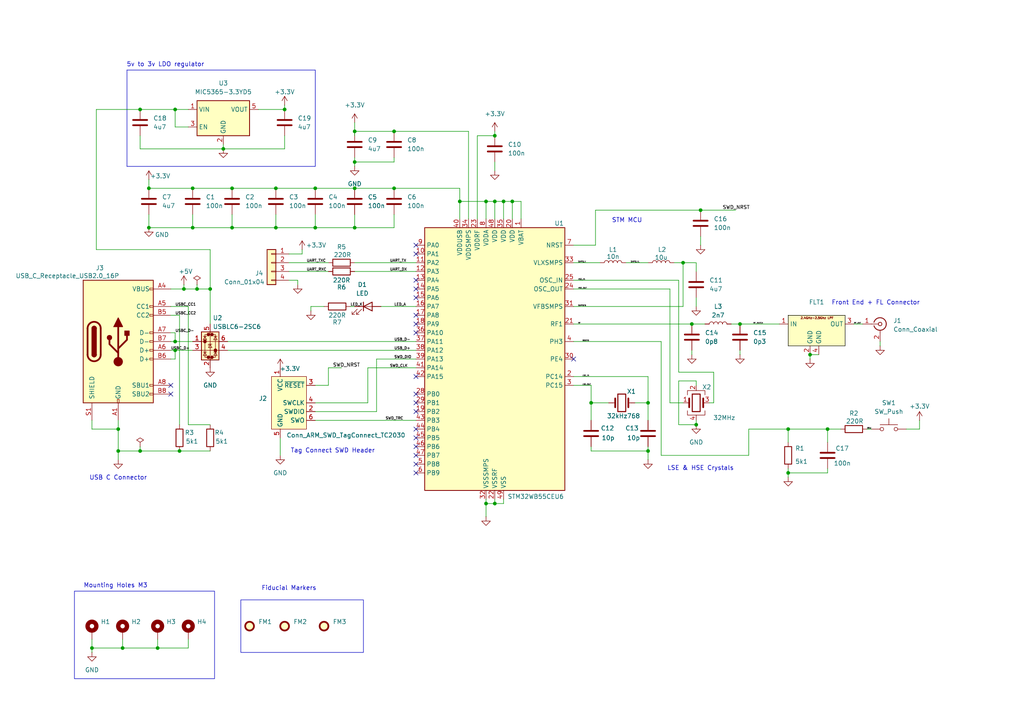
<source format=kicad_sch>
(kicad_sch (version 20250114) (generator "eeschema") (generator_version "9.0")
  (paper "A4")
  (rectangle (start 21.59 171.45) (end 62.23 196.85))
  (rectangle (start 69.85 173.99) (end 105.41 189.23))
  (text "STM MCU" (at 181.864 64.008 0) (effects (font (size 1.27 1.27))))
  (text "Tag Connect SWD Header" (at 96.52 130.81 0) (effects (font (size 1.27 1.27))))
  (text "Mounting Holes M3\n" (at 33.528 169.926 0) (effects (font (size 1.27 1.27))))
  (text "Front End + FL Connector" (at 254 87.884 0) (effects (font (size 1.27 1.27))))
  (text "Fiducial Markers\n" (at 83.82 170.688 0) (effects (font (size 1.27 1.27))))
  (text "LSE & HSE Crystals" (at 203.2 135.89 0) (effects (font (size 1.27 1.27))))
  (text "USB C Connector\n" (at 34.29 138.684 0) (effects (font (size 1.27 1.27))))
  (text "5v to 3v LDO regulator\n" (at 48.006 18.796 0) (effects (font (size 1.27 1.27))))
  (junction (at 102.87 46.99))
  (junction (at 60.96 83.82))
  (junction (at 102.87 54.61))
  (junction (at 43.18 66.04))
  (junction (at 228.6 137.16))
  (junction (at 40.64 31.75))
  (junction (at 80.01 66.04))
  (junction (at 102.87 38.1))
  (junction (at 114.3 54.61))
  (junction (at 143.51 58.42))
  (junction (at 234.95 102.87))
  (junction (at 53.34 83.82))
  (junction (at 146.05 58.42))
  (junction (at 198.12 76.2))
  (junction (at 91.44 66.04))
  (junction (at 143.51 39.37))
  (junction (at 140.97 58.42))
  (junction (at 34.29 130.81))
  (junction (at 57.15 83.82))
  (junction (at 91.44 54.61))
  (junction (at 114.3 38.1))
  (junction (at 133.35 58.42))
  (junction (at 50.8 31.75))
  (junction (at 148.59 58.42))
  (junction (at 64.77 43.18))
  (junction (at 43.18 54.61))
  (junction (at 228.6 124.46))
  (junction (at 143.51 146.05))
  (junction (at 102.87 66.04))
  (junction (at 55.88 54.61))
  (junction (at 52.07 130.81))
  (junction (at 203.2 60.96))
  (junction (at 140.97 146.05))
  (junction (at 67.31 66.04))
  (junction (at 35.56 187.96))
  (junction (at 34.29 124.46))
  (junction (at 200.66 93.98))
  (junction (at 50.8 99.06))
  (junction (at 50.8 101.6))
  (junction (at 240.03 124.46))
  (junction (at 214.63 93.98))
  (junction (at 55.88 66.04))
  (junction (at 40.64 130.81))
  (junction (at 201.93 123.19))
  (junction (at 82.55 31.75))
  (junction (at 26.67 187.96))
  (junction (at 80.01 54.61))
  (junction (at 45.72 187.96))
  (junction (at 187.96 116.84))
  (junction (at 67.31 54.61))
  (junction (at 171.45 116.84))
  (junction (at 187.96 130.81))
  (no_connect (at 120.65 83.82))
  (no_connect (at 120.65 109.22))
  (no_connect (at 120.65 124.46))
  (no_connect (at 166.37 104.14))
  (no_connect (at 120.65 137.16))
  (no_connect (at 120.65 73.66))
  (no_connect (at 120.65 81.28))
  (no_connect (at 49.53 111.76))
  (no_connect (at 49.53 114.3))
  (no_connect (at 120.65 96.52))
  (no_connect (at 120.65 116.84))
  (no_connect (at 120.65 129.54))
  (no_connect (at 120.65 119.38))
  (no_connect (at 120.65 86.36))
  (no_connect (at 120.65 93.98))
  (no_connect (at 120.65 127))
  (no_connect (at 120.65 134.62))
  (no_connect (at 120.65 91.44))
  (no_connect (at 120.65 71.12))
  (no_connect (at 120.65 114.3))
  (no_connect (at 120.65 132.08))
  (wire (pts (xy 55.88 54.61) (xy 67.31 54.61)))
  (wire (pts (xy 43.18 62.23) (xy 43.18 66.04)))
  (wire (pts (xy 83.82 81.28) (xy 86.36 81.28)))
  (wire (pts (xy 43.18 52.07) (xy 43.18 54.61)))
  (wire (pts (xy 228.6 137.16) (xy 240.03 137.16)))
  (wire (pts (xy 207.01 116.84) (xy 205.74 116.84)))
  (wire (pts (xy 43.18 54.61) (xy 55.88 54.61)))
  (wire (pts (xy 240.03 124.46) (xy 240.03 128.27)))
  (wire (pts (xy 166.37 93.98) (xy 200.66 93.98)))
  (wire (pts (xy 143.51 146.05) (xy 146.05 146.05)))
  (wire (pts (xy 80.01 62.23) (xy 80.01 66.04)))
  (wire (pts (xy 34.29 124.46) (xy 34.29 130.81)))
  (wire (pts (xy 228.6 137.16) (xy 228.6 138.43)))
  (wire (pts (xy 82.55 30.48) (xy 82.55 31.75)))
  (wire (pts (xy 198.12 88.9) (xy 198.12 76.2)))
  (wire (pts (xy 148.59 58.42) (xy 151.13 58.42)))
  (wire (pts (xy 50.8 101.6) (xy 50.8 104.14)))
  (wire (pts (xy 102.87 62.23) (xy 102.87 66.04)))
  (wire (pts (xy 26.67 124.46) (xy 34.29 124.46)))
  (wire (pts (xy 67.31 54.61) (xy 80.01 54.61)))
  (wire (pts (xy 102.87 38.1) (xy 114.3 38.1)))
  (wire (pts (xy 102.87 76.2) (xy 120.65 76.2)))
  (wire (pts (xy 196.85 81.28) (xy 196.85 107.95)))
  (wire (pts (xy 262.89 124.46) (xy 266.7 124.46)))
  (wire (pts (xy 194.31 83.82) (xy 194.31 116.84)))
  (wire (pts (xy 201.93 78.74) (xy 201.93 76.2)))
  (wire (pts (xy 140.97 146.05) (xy 140.97 149.86)))
  (wire (pts (xy 27.94 31.75) (xy 40.64 31.75)))
  (wire (pts (xy 91.44 62.23) (xy 91.44 66.04)))
  (wire (pts (xy 151.13 58.42) (xy 151.13 63.5)))
  (wire (pts (xy 251.46 124.46) (xy 252.73 124.46)))
  (wire (pts (xy 255.27 99.06) (xy 255.27 100.33)))
  (wire (pts (xy 171.45 129.54) (xy 171.45 130.81)))
  (wire (pts (xy 172.72 60.96) (xy 203.2 60.96)))
  (wire (pts (xy 166.37 88.9) (xy 198.12 88.9)))
  (wire (pts (xy 166.37 76.2) (xy 173.99 76.2)))
  (wire (pts (xy 50.8 36.83) (xy 54.61 36.83)))
  (wire (pts (xy 83.82 73.66) (xy 87.63 73.66)))
  (wire (pts (xy 201.93 86.36) (xy 201.93 88.9)))
  (wire (pts (xy 102.87 66.04) (xy 114.3 66.04)))
  (wire (pts (xy 66.04 101.6) (xy 120.65 101.6)))
  (wire (pts (xy 198.12 76.2) (xy 201.93 76.2)))
  (wire (pts (xy 26.67 187.96) (xy 26.67 189.23)))
  (wire (pts (xy 74.93 31.75) (xy 82.55 31.75)))
  (wire (pts (xy 40.64 31.75) (xy 50.8 31.75)))
  (wire (pts (xy 49.53 91.44) (xy 52.07 91.44)))
  (wire (pts (xy 53.34 83.82) (xy 57.15 83.82)))
  (wire (pts (xy 45.72 187.96) (xy 54.61 187.96)))
  (wire (pts (xy 133.35 58.42) (xy 140.97 58.42)))
  (wire (pts (xy 109.22 119.38) (xy 91.44 119.38)))
  (wire (pts (xy 143.51 144.78) (xy 143.51 146.05)))
  (wire (pts (xy 201.93 123.19) (xy 196.85 123.19)))
  (wire (pts (xy 143.51 38.1) (xy 143.51 39.37)))
  (wire (pts (xy 171.45 116.84) (xy 176.53 116.84)))
  (wire (pts (xy 240.03 137.16) (xy 240.03 135.89)))
  (wire (pts (xy 52.07 91.44) (xy 52.07 123.19)))
  (wire (pts (xy 140.97 58.42) (xy 140.97 63.5)))
  (wire (pts (xy 49.53 99.06) (xy 50.8 99.06)))
  (wire (pts (xy 91.44 121.92) (xy 120.65 121.92)))
  (wire (pts (xy 27.94 72.39) (xy 27.94 31.75)))
  (wire (pts (xy 166.37 81.28) (xy 196.85 81.28)))
  (wire (pts (xy 194.31 116.84) (xy 198.12 116.84)))
  (wire (pts (xy 133.35 63.5) (xy 133.35 58.42)))
  (wire (pts (xy 34.29 121.92) (xy 34.29 124.46)))
  (wire (pts (xy 26.67 121.92) (xy 26.67 124.46)))
  (wire (pts (xy 228.6 135.89) (xy 228.6 137.16)))
  (wire (pts (xy 171.45 130.81) (xy 187.96 130.81)))
  (wire (pts (xy 91.44 54.61) (xy 102.87 54.61)))
  (wire (pts (xy 102.87 78.74) (xy 120.65 78.74)))
  (wire (pts (xy 106.68 106.68) (xy 106.68 116.84)))
  (wire (pts (xy 148.59 58.42) (xy 148.59 63.5)))
  (wire (pts (xy 43.18 66.04) (xy 55.88 66.04)))
  (wire (pts (xy 228.6 128.27) (xy 228.6 124.46)))
  (wire (pts (xy 140.97 146.05) (xy 143.51 146.05)))
  (wire (pts (xy 86.36 81.28) (xy 86.36 82.55)))
  (wire (pts (xy 26.67 185.42) (xy 26.67 187.96)))
  (wire (pts (xy 217.17 132.08) (xy 217.17 124.46)))
  (wire (pts (xy 191.77 132.08) (xy 217.17 132.08)))
  (wire (pts (xy 191.77 99.06) (xy 191.77 132.08)))
  (wire (pts (xy 50.8 31.75) (xy 50.8 36.83)))
  (wire (pts (xy 102.87 46.99) (xy 102.87 48.26)))
  (wire (pts (xy 49.53 104.14) (xy 50.8 104.14)))
  (wire (pts (xy 203.2 60.96) (xy 213.36 60.96)))
  (wire (pts (xy 52.07 130.81) (xy 60.96 130.81)))
  (wire (pts (xy 109.22 104.14) (xy 109.22 119.38)))
  (wire (pts (xy 64.77 43.18) (xy 82.55 43.18)))
  (wire (pts (xy 54.61 123.19) (xy 60.96 123.19)))
  (polyline (pts (xy 36.83 48.26) (xy 91.44 48.26)))
  (wire (pts (xy 201.93 121.92) (xy 201.93 123.19)))
  (wire (pts (xy 196.85 110.49) (xy 201.93 110.49)))
  (wire (pts (xy 55.88 66.04) (xy 67.31 66.04)))
  (wire (pts (xy 55.88 62.23) (xy 55.88 66.04)))
  (wire (pts (xy 266.7 121.92) (xy 266.7 124.46)))
  (wire (pts (xy 171.45 116.84) (xy 171.45 121.92)))
  (wire (pts (xy 135.89 38.1) (xy 135.89 63.5)))
  (wire (pts (xy 207.01 107.95) (xy 207.01 116.84)))
  (wire (pts (xy 57.15 83.82) (xy 60.96 83.82)))
  (wire (pts (xy 50.8 99.06) (xy 55.88 99.06)))
  (wire (pts (xy 114.3 38.1) (xy 135.89 38.1)))
  (wire (pts (xy 138.43 39.37) (xy 143.51 39.37)))
  (wire (pts (xy 40.64 130.81) (xy 52.07 130.81)))
  (wire (pts (xy 196.85 123.19) (xy 196.85 110.49)))
  (wire (pts (xy 166.37 71.12) (xy 172.72 71.12)))
  (wire (pts (xy 45.72 185.42) (xy 45.72 187.96)))
  (wire (pts (xy 166.37 111.76) (xy 171.45 111.76)))
  (wire (pts (xy 172.72 60.96) (xy 172.72 71.12)))
  (wire (pts (xy 34.29 130.81) (xy 40.64 130.81)))
  (wire (pts (xy 187.96 116.84) (xy 187.96 121.92)))
  (wire (pts (xy 184.15 116.84) (xy 187.96 116.84)))
  (wire (pts (xy 60.96 83.82) (xy 60.96 72.39)))
  (wire (pts (xy 203.2 68.58) (xy 203.2 71.12)))
  (wire (pts (xy 54.61 88.9) (xy 54.61 123.19)))
  (polyline (pts (xy 36.83 20.32) (xy 36.83 48.26)))
  (wire (pts (xy 83.82 78.74) (xy 95.25 78.74)))
  (wire (pts (xy 35.56 187.96) (xy 45.72 187.96)))
  (wire (pts (xy 166.37 99.06) (xy 191.77 99.06)))
  (wire (pts (xy 171.45 111.76) (xy 171.45 116.84)))
  (wire (pts (xy 40.64 129.54) (xy 40.64 130.81)))
  (wire (pts (xy 114.3 54.61) (xy 133.35 54.61)))
  (wire (pts (xy 201.93 110.49) (xy 201.93 111.76)))
  (wire (pts (xy 187.96 130.81) (xy 187.96 133.35)))
  (wire (pts (xy 81.28 127) (xy 81.28 132.08)))
  (wire (pts (xy 106.68 106.68) (xy 120.65 106.68)))
  (wire (pts (xy 212.09 93.98) (xy 214.63 93.98)))
  (wire (pts (xy 146.05 144.78) (xy 146.05 146.05)))
  (wire (pts (xy 234.95 102.87) (xy 237.49 102.87)))
  (wire (pts (xy 26.67 187.96) (xy 35.56 187.96)))
  (wire (pts (xy 82.55 39.37) (xy 82.55 43.18)))
  (wire (pts (xy 50.8 96.52) (xy 50.8 99.06)))
  (wire (pts (xy 80.01 54.61) (xy 91.44 54.61)))
  (wire (pts (xy 67.31 66.04) (xy 80.01 66.04)))
  (wire (pts (xy 140.97 144.78) (xy 140.97 146.05)))
  (wire (pts (xy 106.68 116.84) (xy 91.44 116.84)))
  (wire (pts (xy 49.53 101.6) (xy 50.8 101.6)))
  (wire (pts (xy 214.63 93.98) (xy 226.06 93.98)))
  (wire (pts (xy 102.87 46.99) (xy 114.3 46.99)))
  (wire (pts (xy 91.44 66.04) (xy 102.87 66.04)))
  (wire (pts (xy 91.44 111.76) (xy 95.25 111.76)))
  (wire (pts (xy 143.51 58.42) (xy 146.05 58.42)))
  (wire (pts (xy 101.6 88.9) (xy 102.87 88.9)))
  (wire (pts (xy 166.37 109.22) (xy 187.96 109.22)))
  (wire (pts (xy 49.53 88.9) (xy 54.61 88.9)))
  (wire (pts (xy 200.66 93.98) (xy 204.47 93.98)))
  (wire (pts (xy 228.6 124.46) (xy 240.03 124.46)))
  (wire (pts (xy 95.25 111.76) (xy 95.25 106.68)))
  (wire (pts (xy 50.8 101.6) (xy 55.88 101.6)))
  (wire (pts (xy 217.17 124.46) (xy 228.6 124.46)))
  (wire (pts (xy 49.53 83.82) (xy 53.34 83.82)))
  (wire (pts (xy 110.49 88.9) (xy 120.65 88.9)))
  (wire (pts (xy 102.87 54.61) (xy 114.3 54.61)))
  (wire (pts (xy 54.61 185.42) (xy 54.61 187.96)))
  (polyline (pts (xy 36.83 20.32) (xy 91.44 20.32)))
  (wire (pts (xy 181.61 76.2) (xy 187.96 76.2)))
  (wire (pts (xy 49.53 96.52) (xy 50.8 96.52)))
  (wire (pts (xy 50.8 31.75) (xy 54.61 31.75)))
  (wire (pts (xy 64.77 41.91) (xy 64.77 43.18)))
  (wire (pts (xy 240.03 124.46) (xy 243.84 124.46)))
  (polyline (pts (xy 91.44 48.26) (xy 91.44 20.32)))
  (wire (pts (xy 67.31 62.23) (xy 67.31 66.04)))
  (wire (pts (xy 196.85 107.95) (xy 207.01 107.95)))
  (wire (pts (xy 133.35 54.61) (xy 133.35 58.42)))
  (wire (pts (xy 195.58 76.2) (xy 198.12 76.2)))
  (wire (pts (xy 146.05 58.42) (xy 148.59 58.42)))
  (wire (pts (xy 95.25 106.68) (xy 99.06 106.68)))
  (wire (pts (xy 109.22 104.14) (xy 120.65 104.14)))
  (wire (pts (xy 187.96 109.22) (xy 187.96 116.84)))
  (wire (pts (xy 34.29 133.35) (xy 34.29 130.81)))
  (wire (pts (xy 114.3 45.72) (xy 114.3 46.99)))
  (wire (pts (xy 146.05 58.42) (xy 146.05 63.5)))
  (wire (pts (xy 53.34 82.55) (xy 53.34 83.82)))
  (wire (pts (xy 87.63 72.39) (xy 87.63 73.66)))
  (wire (pts (xy 102.87 38.1) (xy 102.87 39.37)))
  (wire (pts (xy 187.96 129.54) (xy 187.96 130.81)))
  (wire (pts (xy 143.51 46.99) (xy 143.51 49.53)))
  (wire (pts (xy 60.96 72.39) (xy 27.94 72.39)))
  (wire (pts (xy 166.37 83.82) (xy 194.31 83.82)))
  (wire (pts (xy 114.3 62.23) (xy 114.3 66.04)))
  (wire (pts (xy 234.95 102.87) (xy 234.95 104.14)))
  (wire (pts (xy 140.97 58.42) (xy 143.51 58.42)))
  (wire (pts (xy 66.04 99.06) (xy 120.65 99.06)))
  (wire (pts (xy 200.66 101.6) (xy 200.66 102.87)))
  (wire (pts (xy 138.43 39.37) (xy 138.43 63.5)))
  (wire (pts (xy 90.17 88.9) (xy 93.98 88.9)))
  (wire (pts (xy 102.87 35.56) (xy 102.87 38.1)))
  (wire (pts (xy 143.51 58.42) (xy 143.51 63.5)))
  (wire (pts (xy 57.15 82.55) (xy 57.15 83.82)))
  (wire (pts (xy 40.64 43.18) (xy 64.77 43.18)))
  (wire (pts (xy 35.56 187.96) (xy 35.56 185.42)))
  (wire (pts (xy 60.96 83.82) (xy 60.96 93.98)))
  (wire (pts (xy 40.64 39.37) (xy 40.64 43.18)))
  (wire (pts (xy 247.65 93.98) (xy 250.19 93.98)))
  (wire (pts (xy 80.01 66.04) (xy 91.44 66.04)))
  (wire (pts (xy 90.17 88.9) (xy 90.17 90.17)))
  (wire (pts (xy 83.82 76.2) (xy 95.25 76.2)))
  (wire (pts (xy 214.63 101.6) (xy 214.63 102.87)))
  (wire (pts (xy 102.87 45.72) (xy 102.87 46.99)))
  (label "SWD_TRC" (at 111.76 121.92 0) (effects (font (size 0.762 0.762))))
  (label "UART_TXC" (at 88.9 76.2 0) (effects (font (size 0.762 0.762))))
  (label "SWD_DIO" (at 114.3 104.14 0) (effects (font (size 0.762 0.762))))
  (label "UART_DX" (at 113.03 78.74 0) (effects (font (size 0.762 0.762))))
  (label "LED_K" (at 101.6 88.9 0) (effects (font (size 0.762 0.762))))
  (label "LED_A" (at 114.3 88.9 0) (effects (font (size 0.762 0.762))))
  (label "RF_MATCH" (at 218.44 93.98 0) (effects (font (size 0.381 0.381))))
  (label "BSW" (at 251.46 124.46 0) (effects (font (size 0.381 0.381))))
  (label "HSE_OUT" (at 167.64 83.82 0) (effects (font (size 0.381 0.381))))
  (label "USB_D-" (at 114.3 99.06 0) (effects (font (size 0.762 0.762))))
  (label "RF_ANT" (at 247.65 93.98 0) (effects (font (size 0.381 0.381))))
  (label "USBC_CC2" (at 50.8 91.44 0) (effects (font (size 0.762 0.762))))
  (label "SMPSFB" (at 167.64 88.9 0) (effects (font (size 0.381 0.381))))
  (label "SWD_CLK" (at 113.03 106.68 0) (effects (font (size 0.762 0.762))))
  (label "RF" (at 167.64 93.98 0) (effects (font (size 0.381 0.381))))
  (label "SMPSLX" (at 167.64 76.2 0) (effects (font (size 0.381 0.381))))
  (label "USBC_D-" (at 50.8 96.52 0) (effects (font (size 0.762 0.762))))
  (label "USBC_CC1" (at 50.8 88.9 0) (effects (font (size 0.762 0.762))))
  (label "USB_D+" (at 114.3 101.6 0) (effects (font (size 0.762 0.762))))
  (label "BOOT0" (at 168.91 99.06 0) (effects (font (size 0.381 0.381))))
  (label "LSE_OUT" (at 168.91 111.76 0) (effects (font (size 0.381 0.381))))
  (label "UART_RXC" (at 88.9 78.74 0) (effects (font (size 0.762 0.762))))
  (label "USBC_D+" (at 49.53 101.6 0) (effects (font (size 0.762 0.762))))
  (label "SWD_NRST" (at 96.52 106.68 0) (effects (font (size 1.016 1.016))))
  (label "SWD_NRST" (at 209.55 60.96 0) (effects (font (size 1.016 1.016))))
  (label "HSE_IN" (at 167.64 81.28 0) (effects (font (size 0.381 0.381))))
  (label "SMPSLXL" (at 182.88 76.2 0) (effects (font (size 0.381 0.381))))
  (label "UART_TX" (at 113.03 76.2 0) (effects (font (size 0.762 0.762))))
  (label "LSE_IN" (at 168.91 109.22 0) (effects (font (size 0.381 0.381))))
  (symbol (lib_id "Device:L") (at 208.28 93.98 90) (unit 1)
    (property "Reference" "L3" (at 208.28 88.9 90))
    (property "Value" "2n7" (at 208.28 91.44 90))
    (property "Footprint" "Inductor_SMD:L_0402_1005Metric" (effects (hide yes)))
    (property "Description" "Inductor" (effects (hide yes)))
    (property "Distrbutor Link" "https://www.mouser.com/ProductDetail/Murata-Electronics/LQG15HS2N7S02D?qs=ctz47l0uL1AKrLI74yO5Qw%3D%3D&srsltid=AfmBOoo1_2_JoRlnkPQJQxcqTzIfkhRTNHDofg58IQk8Q4d1gAUA9_gr" (effects (hide yes)))
    (property "Manufacturer" "Murata" (effects (hide yes)))
    (property "Part #" "LQG15HS2N7S02D " (effects (hide yes)))
  )
  (symbol (lib_id "Device:R") (at 52.07 127 0) (unit 1)
    (property "Reference" "R3" (at 53.594 125.476 0) (effects (justify left)))
    (property "Value" "5k1" (at 53.848 128.016 0) (effects (justify left)))
    (property "Footprint" "Resistor_SMD:R_0402_1005Metric" (effects (hide yes)))
    (property "Description" "Resistor" (effects (hide yes)))
    (property "Distrbutor Link" "https://www.mouser.com/ProductDetail/YAGEO/RC0402FR-075K1L?qs=sGAEpiMZZMvdGkrng054t8ubS8LjqxUWNcL4TaiHjVA%3D" (effects (hide yes)))
    (property "Manufacturer" "YAGEO" (effects (hide yes)))
    (property "Part #" "RC0402FR-075K1L " (effects (hide yes)))
  )
  (symbol (lib_id "Device:C") (at 240.03 132.08 0) (unit 1)
    (property "Reference" "C17" (at 242.316 130.048 0) (effects (justify left)))
    (property "Value" "100n" (at 241.808 134.366 0) (effects (justify left)))
    (property "Footprint" "Capacitor_SMD:C_0402_1005Metric" (effects (hide yes)))
    (property "Description" "Unpolarized capacitor" (effects (hide yes)))
  )
  (symbol (lib_id "power:GND") (at 228.6 138.43 0) (unit 1)
    (property "Reference" "#PWR018" (effects (hide yes)))
    (property "Value" "GND" (effects (hide yes)))
    (property "Description" "Power symbol creates a global label with name \"GND\" , ground" (effects (hide yes)))
  )
  (symbol (lib_id "power:GND") (at 143.51 49.53 0) (unit 1)
    (property "Reference" "#PWR06" (effects (hide yes)))
    (property "Value" "GND" (effects (hide yes)))
    (property "Description" "Power symbol creates a global label with name \"GND\" , ground" (effects (hide yes)))
  )
  (symbol (lib_id "power:GND") (at 255.27 100.33 0) (unit 1)
    (property "Reference" "#PWR014" (effects (hide yes)))
    (property "Value" "GND" (effects (hide yes)))
    (property "Description" "Power symbol creates a global label with name \"GND\" , ground" (effects (hide yes)))
  )
  (symbol (lib_id "power:GND") (at 43.18 66.04 0) (unit 1)
    (property "Reference" "#PWR02" (effects (hide yes)))
    (property "Value" "GND" (at 46.99 68.072 0))
    (property "Description" "Power symbol creates a global label with name \"GND\" , ground" (effects (hide yes)))
  )
  (symbol (lib_id "MCU_ST_STM32WB:STM32WB55CEUx") (at 143.51 104.14 0) (mirror y) (unit 1)
    (property "Reference" "U1" (at 163.576 64.77 0) (effects (justify left)))
    (property "Value" "STM32WB55CEU6" (at 163.576 144.018 0) (effects (justify left)))
    (property "Footprint" "Package_DFN_QFN:QFN-48-1EP_7x7mm_P0.5mm_EP5.6x5.6mm" (effects (hide yes)))
    (property "Datasheet" "https://www.st.com/resource/en/datasheet/stm32wb55ce.pdf" (effects (hide yes)))
    (property "Description" "STMicroelectronics Arm Cortex-M4 MCU, 512KB flash, 256KB RAM, 64 MHz, 1.71-3.6V, 30 GPIO, UFQFPN48" (effects (hide yes)))
    (property "Distrbutor Link" "https://www.mouser.com/ProductDetail/STMicroelectronics/STM32WB55CEU6?qs=l7cgNqFNU1h38DnIgipayw%3D%3D&srsltid=AfmBOopuJ6MVt2vniNs0NPXJi-dOct9c-TCumJkd1AlRNHjHYXl_cYD5" (effects (hide yes)))
    (property "Manufacturer" " STMicroelectronics" (effects (hide yes)))
    (property "Part #" "STM32WB55CEU6 " (effects (hide yes)))
  )
  (symbol (lib_id "power:GND") (at 187.96 133.35 0) (unit 1)
    (property "Reference" "#PWR09" (effects (hide yes)))
    (property "Value" "GND" (effects (hide yes)))
    (property "Description" "Power symbol creates a global label with name \"GND\" , ground" (effects (hide yes)))
  )
  (symbol (lib_id "Connector:Conn_ARM_SWD_TagConnect_TC2030") (at 83.82 116.84 0) (unit 1) (in_bom no)
    (property "Reference" "J2" (at 77.47 115.5699 0) (effects (justify right)))
    (property "Value" "Conn_ARM_SWD_TagConnect_TC2030" (at 117.602 126.238 0) (effects (justify right)))
    (property "Footprint" "Connector:Tag-Connect_TC2030-IDC-FP_2x03_P1.27mm_Vertical" (effects (hide yes)))
    (property "Datasheet" "https://www.tag-connect.com/wp-content/uploads/bsk-pdf-manager/TC2030-CTX_1.pdf" (effects (hide yes)))
    (property "Description" "Tag-Connect ARM Cortex SWD JTAG connector, 6 pin" (effects (hide yes)))
  )
  (symbol (lib_id "power:GND") (at 201.93 88.9 0) (unit 1)
    (property "Reference" "#PWR08" (effects (hide yes)))
    (property "Value" "GND" (effects (hide yes)))
    (property "Description" "Power symbol creates a global label with name \"GND\" , ground" (effects (hide yes)))
  )
  (symbol (lib_id "Device:R") (at 247.65 124.46 90) (unit 1)
    (property "Reference" "R2" (at 247.65 119.888 90))
    (property "Value" "220R" (at 247.904 122.174 90))
    (property "Footprint" "Resistor_SMD:R_0402_1005Metric" (effects (hide yes)))
    (property "Description" "Resistor" (effects (hide yes)))
    (property "Distrbutor Link" "https://www.mouser.com/ProductDetail/YAGEO/RC0402FR-0722RL?qs=V1yeUXFNrkkRg6zf08ADKQ%3D%3D&srsltid=AfmBOor2cctyaIBQ_jqcS6bpD20PEk7e4pkUfEXfcnBnOJxoQq0CeGeb" (effects (hide yes)))
    (property "Manufacturer" "YAGEO" (effects (hide yes)))
    (property "Part #" "RC0402FR-0722RL " (effects (hide yes)))
  )
  (symbol (lib_id "power:GND") (at 34.29 133.35 0) (unit 1)
    (property "Reference" "#PWR021" (effects (hide yes)))
    (property "Value" "GND" (effects (hide yes)))
    (property "Description" "Power symbol creates a global label with name \"GND\" , ground" (effects (hide yes)))
  )
  (symbol (lib_id "Device:C") (at 67.31 58.42 0) (unit 1)
    (property "Reference" "C2" (at 71.12 57.1499 0) (effects (justify left)))
    (property "Value" "100n" (at 71.12 59.6899 0) (effects (justify left)))
    (property "Footprint" "Capacitor_SMD:C_0402_1005Metric" (effects (hide yes)))
    (property "Description" "Unpolarized capacitor" (effects (hide yes)))
  )
  (symbol (lib_id "Device:R") (at 228.6 132.08 0) (unit 1)
    (property "Reference" "R1" (at 230.632 130.048 0) (effects (justify left)))
    (property "Value" "5k1" (at 230.632 133.858 0) (effects (justify left)))
    (property "Footprint" "Resistor_SMD:R_0402_1005Metric" (effects (hide yes)))
    (property "Description" "Resistor" (effects (hide yes)))
    (property "Distrbutor Link" "https://www.mouser.com/ProductDetail/YAGEO/RC0402FR-075K1L?qs=sGAEpiMZZMvdGkrng054t8ubS8LjqxUWNcL4TaiHjVA%3D" (effects (hide yes)))
    (property "Manufacturer" "YAGEO" (effects (hide yes)))
    (property "Part #" "RC0402FR-075K1L " (effects (hide yes)))
  )
  (symbol (lib_id "Device:Crystal_GND24") (at 201.93 116.84 0) (unit 1)
    (property "Reference" "X2" (at 204.978 112.268 0))
    (property "Value" "32MHz" (at 210.058 121.158 0))
    (property "Footprint" "Crystal:Crystal_SMD_2016-4Pin_2.0x1.6mm" (effects (hide yes)))
    (property "Description" "Four pin crystal, GND on pins 2 and 4" (effects (hide yes)))
    (property "Distrbutor Link" "https://www.mouser.com/ProductDetail/NDK/NX2016SA-32M-EXS00A-CS06465?qs=w%2Fv1CP2dgqr82b0JjRnv4A%3D%3D" (effects (hide yes)))
    (property "Manufacturer" "NDK" (effects (hide yes)))
    (property "Part #" "NX2016SA-32M-EXS00A-CS06465 " (effects (hide yes)))
  )
  (symbol (lib_id "power:PWR_FLAG") (at 57.15 82.55 0) (unit 1)
    (property "Reference" "#FLG03" (effects (hide yes)))
    (property "Value" "PWR_FLAG" (effects (hide yes)))
    (property "Description" "Special symbol for telling ERC where power comes from" (effects (hide yes)))
  )
  (symbol (lib_id "Mechanical:Fiducial") (at 93.98 181.61 0) (unit 1) (in_bom no)
    (property "Reference" "FM3" (at 96.52 180.3399 0) (effects (justify left)))
    (property "Value" "Fiducial" (effects (hide yes)))
    (property "Footprint" "Fiducial:Fiducial_1mm_Mask2mm" (effects (hide yes)))
    (property "Description" "Fiducial Marker" (effects (hide yes)))
  )
  (symbol (lib_id "power:GND") (at 26.67 189.23 0) (unit 1)
    (property "Reference" "#PWR028" (effects (hide yes)))
    (property "Value" "GND" (at 26.67 194.31 0))
    (property "Description" "Power symbol creates a global label with name \"GND\" , ground" (effects (hide yes)))
  )
  (symbol (lib_id "power:GND") (at 81.28 132.08 0) (unit 1)
    (property "Reference" "#PWR015" (effects (hide yes)))
    (property "Value" "GND" (at 81.28 137.16 0))
    (property "Description" "Power symbol creates a global label with name \"GND\" , ground" (effects (hide yes)))
  )
  (symbol (lib_id "power:GND") (at 140.97 149.86 0) (unit 1)
    (property "Reference" "#PWR01" (effects (hide yes)))
    (property "Value" "GND" (effects (hide yes)))
    (property "Description" "Power symbol creates a global label with name \"GND\" , ground" (effects (hide yes)))
  )
  (symbol (lib_id "Device:C") (at 91.44 58.42 0) (unit 1)
    (property "Reference" "C4" (at 95.25 57.1499 0) (effects (justify left)))
    (property "Value" "100n" (at 95.25 59.6899 0) (effects (justify left)))
    (property "Footprint" "Capacitor_SMD:C_0402_1005Metric" (effects (hide yes)))
    (property "Description" "Unpolarized capacitor" (effects (hide yes)))
  )
  (symbol (lib_id "power:GND") (at 203.2 71.12 0) (unit 1)
    (property "Reference" "#PWR017" (effects (hide yes)))
    (property "Value" "GND" (effects (hide yes)))
    (property "Description" "Power symbol creates a global label with name \"GND\" , ground" (effects (hide yes)))
  )
  (symbol (lib_id "Device:C") (at 143.51 43.18 0) (unit 1)
    (property "Reference" "C10" (at 147.32 41.9099 0) (effects (justify left)))
    (property "Value" "100n" (at 147.32 44.4499 0) (effects (justify left)))
    (property "Footprint" "Capacitor_SMD:C_0402_1005Metric" (effects (hide yes)))
    (property "Description" "Unpolarized capacitor" (effects (hide yes)))
  )
  (symbol (lib_id "power:+3.3V") (at 143.51 38.1 0) (unit 1)
    (property "Reference" "#PWR07" (effects (hide yes)))
    (property "Value" "+3.3V" (at 143.51 33.02 0))
    (property "Description" "Power symbol creates a global label with name \"+3.3V\"" (effects (hide yes)))
  )
  (symbol (lib_id "power:+3.3V") (at 266.7 121.92 0) (unit 1)
    (property "Reference" "#PWR019" (effects (hide yes)))
    (property "Value" "+3.3V" (at 266.7 117.856 0))
    (property "Description" "Power symbol creates a global label with name \"+3.3V\"" (effects (hide yes)))
  )
  (symbol (lib_id "power:GND") (at 90.17 90.17 0) (unit 1)
    (property "Reference" "#PWR027" (effects (hide yes)))
    (property "Value" "GND" (effects (hide yes)))
    (property "Description" "Power symbol creates a global label with name \"GND\" , ground" (effects (hide yes)))
  )
  (symbol (lib_id "Device:C") (at 214.63 97.79 0) (unit 1)
    (property "Reference" "C15" (at 218.44 96.5199 0) (effects (justify left)))
    (property "Value" "0p3" (at 218.44 99.0599 0) (effects (justify left)))
    (property "Footprint" "Capacitor_SMD:C_0402_1005Metric" (effects (hide yes)))
    (property "Description" "Unpolarized capacitor" (effects (hide yes)))
  )
  (symbol (lib_id "power:GND") (at 201.93 123.19 0) (unit 1)
    (property "Reference" "#PWR010" (effects (hide yes)))
    (property "Value" "GND" (at 201.93 128.27 0))
    (property "Description" "Power symbol creates a global label with name \"GND\" , ground" (effects (hide yes)))
  )
  (symbol (lib_id "power:+3.3V") (at 82.55 30.48 0) (unit 1)
    (property "Reference" "#PWR023" (effects (hide yes)))
    (property "Value" "+3.3V" (at 82.55 26.67 0))
    (property "Description" "Power symbol creates a global label with name \"+3.3V\"" (effects (hide yes)))
  )
  (symbol (lib_id "power:GND") (at 64.77 43.18 0) (unit 1)
    (property "Reference" "#PWR022" (effects (hide yes)))
    (property "Value" "GND" (effects (hide yes)))
    (property "Description" "Power symbol creates a global label with name \"GND\" , ground" (effects (hide yes)))
  )
  (symbol (lib_id "Regulator_Linear:MIC5365-3.3YD5") (at 64.77 34.29 0) (unit 1)
    (property "Reference" "U3" (at 64.77 24.13 0))
    (property "Value" "MIC5365-3.3YD5" (at 64.77 26.67 0))
    (property "Footprint" "Package_TO_SOT_SMD:TSOT-23-5" (effects (hide yes)))
    (property "Datasheet" "https://ww1.microchip.com/downloads/aemDocuments/documents/APID/ProductDocuments/DataSheets/MIC5365-6-High-Performance-Single-150mA-LDO-DS20006605A.pdf" (effects (hide yes)))
    (property "Description" "150mA Low-dropout Voltage Regulator, Vout 3.3V, Vin up to 5.5V, TSOT-23-5" (effects (hide yes)))
    (property "Distrbutor Link" "https://www.mouser.com/ProductDetail/Microchip-Technology/MIC5365-3.3YD5-TR?qs=U6T8BxXiZAXzRinbbfZRrg%3D%3D&srsltid=AfmBOopesAkutysJ7zr5YiaaSkGA0c9X_SUL9l_gQxqdgcofCWGboqJW" (effects (hide yes)))
    (property "Manufacturer" "Microchip Technology" (effects (hide yes)))
    (property "Part #" "MIC5365-3.3YD5-TR " (effects (hide yes)))
  )
  (symbol (lib_id "Device:C") (at 55.88 58.42 0) (unit 1)
    (property "Reference" "C1" (at 59.69 57.1499 0) (effects (justify left)))
    (property "Value" "100n" (at 59.69 59.6899 0) (effects (justify left)))
    (property "Footprint" "Capacitor_SMD:C_0402_1005Metric" (effects (hide yes)))
    (property "Description" "Unpolarized capacitor" (effects (hide yes)))
  )
  (symbol (lib_id "Device:C") (at 102.87 41.91 0) (unit 1)
    (property "Reference" "C9" (at 106.68 40.6399 0) (effects (justify left)))
    (property "Value" "4u7" (at 106.68 43.1799 0) (effects (justify left)))
    (property "Footprint" "Capacitor_SMD:C_0603_1608Metric" (effects (hide yes)))
    (property "Description" "Unpolarized capacitor" (effects (hide yes)))
  )
  (symbol (lib_id "Device:R") (at 60.96 127 0) (unit 1)
    (property "Reference" "R4" (at 62.23 125.476 0) (effects (justify left)))
    (property "Value" "5k1" (at 62.484 128.016 0) (effects (justify left)))
    (property "Footprint" "Resistor_SMD:R_0402_1005Metric" (effects (hide yes)))
    (property "Description" "Resistor" (effects (hide yes)))
    (property "Distrbutor Link" "https://www.mouser.com/ProductDetail/YAGEO/RC0402FR-075K1L?qs=sGAEpiMZZMvdGkrng054t8ubS8LjqxUWNcL4TaiHjVA%3D" (effects (hide yes)))
    (property "Manufacturer" "YAGEO" (effects (hide yes)))
    (property "Part #" "RC0402FR-075K1L " (effects (hide yes)))
  )
  (symbol (lib_id "Device:C") (at 102.87 58.42 0) (unit 1)
    (property "Reference" "C5" (at 106.68 57.1499 0) (effects (justify left)))
    (property "Value" "100n" (at 106.68 59.6899 0) (effects (justify left)))
    (property "Footprint" "Capacitor_SMD:C_0402_1005Metric" (effects (hide yes)))
    (property "Description" "Unpolarized capacitor" (effects (hide yes)))
  )
  (symbol (lib_id "power:GND") (at 234.95 104.14 0) (unit 1)
    (property "Reference" "#PWR013" (effects (hide yes)))
    (property "Value" "GND" (effects (hide yes)))
    (property "Description" "Power symbol creates a global label with name \"GND\" , ground" (effects (hide yes)))
  )
  (symbol (lib_id "power:GND") (at 102.87 48.26 0) (unit 1)
    (property "Reference" "#PWR04" (effects (hide yes)))
    (property "Value" "GND" (at 102.87 53.34 0))
    (property "Description" "Power symbol creates a global label with name \"GND\" , ground" (effects (hide yes)))
  )
  (symbol (lib_id "Device:C") (at 171.45 125.73 0) (unit 1)
    (property "Reference" "C12" (at 174.244 124.206 0) (effects (justify left)))
    (property "Value" "10p" (at 174.498 127 0) (effects (justify left)))
    (property "Footprint" "Capacitor_SMD:C_0402_1005Metric" (effects (hide yes)))
    (property "Description" "Unpolarized capacitor" (effects (hide yes)))
  )
  (symbol (lib_id "power:+3.3V") (at 87.63 72.39 0) (unit 1)
    (property "Reference" "#PWR026" (effects (hide yes)))
    (property "Value" "+3.3V" (at 91.694 71.12 0))
    (property "Description" "Power symbol creates a global label with name \"+3.3V\"" (effects (hide yes)))
  )
  (symbol (lib_id "Mechanical:MountingHole_Pad") (at 45.72 182.88 0) (unit 1) (in_bom no)
    (property "Reference" "H3" (at 48.26 180.3399 0) (effects (justify left)))
    (property "Value" "MountingHole_Pad" (effects (hide yes)))
    (property "Footprint" "MountingHole:MountingHole_2.2mm_M2_Pad_Via" (effects (hide yes)))
    (property "Description" "Mounting Hole with connection" (effects (hide yes)))
  )
  (symbol (lib_id "Device:C") (at 187.96 125.73 0) (unit 1)
    (property "Reference" "C13" (at 181.356 124.206 0) (effects (justify left)))
    (property "Value" "10p" (at 181.864 127 0) (effects (justify left)))
    (property "Footprint" "Capacitor_SMD:C_0402_1005Metric" (effects (hide yes)))
    (property "Description" "Unpolarized capacitor" (effects (hide yes)))
  )
  (symbol (lib_id "Device:R") (at 97.79 88.9 90) (unit 1)
    (property "Reference" "R7" (at 97.79 93.472 90))
    (property "Value" "220R" (at 97.79 91.44 90))
    (property "Footprint" "Resistor_SMD:R_0402_1005Metric" (effects (hide yes)))
    (property "Description" "Resistor" (effects (hide yes)))
    (property "Distrbutor Link" "https://www.mouser.com/ProductDetail/YAGEO/RC0402FR-0722RL?qs=V1yeUXFNrkkRg6zf08ADKQ%3D%3D&srsltid=AfmBOor2cctyaIBQ_jqcS6bpD20PEk7e4pkUfEXfcnBnOJxoQq0CeGeb" (effects (hide yes)))
    (property "Manufacturer" "YAGEO" (effects (hide yes)))
    (property "Part #" "RC0402FR-0722RL " (effects (hide yes)))
  )
  (symbol (lib_id "Device:C") (at 40.64 35.56 0) (unit 1)
    (property "Reference" "C18" (at 44.45 34.2899 0) (effects (justify left)))
    (property "Value" "4u7" (at 44.45 36.8299 0) (effects (justify left)))
    (property "Footprint" "Capacitor_SMD:C_0603_1608Metric" (effects (hide yes)))
    (property "Description" "Unpolarized capacitor" (effects (hide yes)))
  )
  (symbol (lib_id "Device:R") (at 99.06 76.2 90) (unit 1)
    (property "Reference" "R5" (at 99.06 71.628 90))
    (property "Value" "220R" (at 99.314 73.914 90))
    (property "Footprint" "Resistor_SMD:R_0402_1005Metric" (effects (hide yes)))
    (property "Description" "Resistor" (effects (hide yes)))
    (property "Distrbutor Link" "https://www.mouser.com/ProductDetail/YAGEO/RC0402FR-0722RL?qs=V1yeUXFNrkkRg6zf08ADKQ%3D%3D&srsltid=AfmBOor2cctyaIBQ_jqcS6bpD20PEk7e4pkUfEXfcnBnOJxoQq0CeGeb" (effects (hide yes)))
    (property "Manufacturer" "YAGEO" (effects (hide yes)))
    (property "Part #" "RC0402FR-0722RL " (effects (hide yes)))
  )
  (symbol (lib_id "Mechanical:Fiducial") (at 82.55 181.61 0) (unit 1) (in_bom no)
    (property "Reference" "FM2" (at 85.09 180.3399 0) (effects (justify left)))
    (property "Value" "Fiducial" (effects (hide yes)))
    (property "Footprint" "Fiducial:Fiducial_1mm_Mask2mm" (effects (hide yes)))
    (property "Description" "Fiducial Marker" (effects (hide yes)))
  )
  (symbol (lib_id "Device:C") (at 114.3 58.42 0) (unit 1)
    (property "Reference" "C6" (at 118.11 57.1499 0) (effects (justify left)))
    (property "Value" "100n" (at 118.11 59.6899 0) (effects (justify left)))
    (property "Footprint" "Capacitor_SMD:C_0402_1005Metric" (effects (hide yes)))
    (property "Description" "Unpolarized capacitor" (effects (hide yes)))
  )
  (symbol (lib_id "Device:C") (at 114.3 41.91 0) (unit 1)
    (property "Reference" "C8" (at 118.11 40.6399 0) (effects (justify left)))
    (property "Value" "100n" (at 118.11 43.1799 0) (effects (justify left)))
    (property "Footprint" "Capacitor_SMD:C_0402_1005Metric" (effects (hide yes)))
    (property "Description" "Unpolarized capacitor" (effects (hide yes)))
  )
  (symbol (lib_id "Device:C") (at 80.01 58.42 0) (unit 1)
    (property "Reference" "C3" (at 83.82 57.1499 0) (effects (justify left)))
    (property "Value" "100n" (at 83.82 59.6899 0) (effects (justify left)))
    (property "Footprint" "Capacitor_SMD:C_0402_1005Metric" (effects (hide yes)))
    (property "Description" "Unpolarized capacitor" (effects (hide yes)))
  )
  (symbol (lib_id "power:GND") (at 214.63 102.87 0) (unit 1)
    (property "Reference" "#PWR012" (effects (hide yes)))
    (property "Value" "GND" (effects (hide yes)))
    (property "Description" "Power symbol creates a global label with name \"GND\" , ground" (effects (hide yes)))
  )
  (symbol (lib_id "Device:LED") (at 106.68 88.9 0) (unit 1)
    (property "Reference" "D1" (at 105.0925 82.55 0))
    (property "Value" "LED" (at 105.0925 85.09 0))
    (property "Footprint" "LED_SMD:LED_0402_1005Metric" (effects (hide yes)))
    (property "Description" "Light emitting diode" (effects (hide yes)))
    (property "Sim.Pins" "1=K 2=A" (effects (hide yes)))
    (property "Distrbutor Link" "https://www.mouser.com/ProductDetail/Wurth-Elektronik/150040RS73240?qs=sGAEpiMZZMv0DJfhVcWlKzXaUAZs%252BSGNmIzZWRrMt9JQwN0vgp7biA%3D%3D" (effects (hide yes)))
    (property "Manufacturer" "Wurth Elektronik" (effects (hide yes)))
    (property "Part #" "150040RS73240" (effects (hide yes)))
  )
  (symbol (lib_id "Device:L") (at 191.77 76.2 90) (unit 1)
    (property "Reference" "L2" (at 192.024 72.39 90))
    (property "Value" "10u" (at 191.77 74.676 90))
    (property "Footprint" "Inductor_SMD:L_0805_2012Metric" (effects (hide yes)))
    (property "Description" "Inductor" (effects (hide yes)))
    (property "Distrbutor Link" "https://www.mouser.com/ProductDetail/Murata-Electronics/LQM21FN100M70L?qs=8M15sSGRUn%252BogwBrvQUwLA%3D%3D&srsltid=AfmBOoqxhKG4Q_O2mCygVEU-wKQ5Wx-0WdH-Hnc8FOSo3SZL2I2WaPav" (effects (hide yes)))
    (property "Manufacturer" "Murata" (effects (hide yes)))
    (property "Part #" "LQM21FN100M70L" (effects (hide yes)))
  )
  (symbol (lib_id "power:GND") (at 60.96 106.68 0) (unit 1)
    (property "Reference" "#PWR020" (effects (hide yes)))
    (property "Value" "GND" (at 60.96 111.76 0))
    (property "Description" "Power symbol creates a global label with name \"GND\" , ground" (effects (hide yes)))
  )
  (symbol (lib_id "Device:L") (at 177.8 76.2 90) (unit 1)
    (property "Reference" "L1" (at 177.8 72.39 90))
    (property "Value" "10n" (at 177.8 74.422 90))
    (property "Footprint" "Inductor_SMD:L_0402_1005Metric" (effects (hide yes)))
    (property "Description" "Inductor" (effects (hide yes)))
    (property "Distrbutor Link" "https://www.mouser.com/ProductDetail/Murata-Electronics/LQG15HN10NJ02D?qs=6Rxi8erFDnyLVNlqv7OZMg%3D%3D" (effects (hide yes)))
    (property "Manufacturer" "Murata" (effects (hide yes)))
    (property "Part #" "LQG15HN10NJ02D" (effects (hide yes)))
  )
  (symbol (lib_id "power:GND") (at 200.66 102.87 0) (unit 1)
    (property "Reference" "#PWR011" (effects (hide yes)))
    (property "Value" "GND" (effects (hide yes)))
    (property "Description" "Power symbol creates a global label with name \"GND\" , ground" (effects (hide yes)))
  )
  (symbol (lib_id "power:+3.3V") (at 102.87 35.56 0) (unit 1)
    (property "Reference" "#PWR05" (effects (hide yes)))
    (property "Value" "+3.3V" (at 102.87 30.48 0))
    (property "Description" "Power symbol creates a global label with name \"+3.3V\"" (effects (hide yes)))
  )
  (symbol (lib_id "Device:C") (at 201.93 82.55 0) (unit 1)
    (property "Reference" "C11" (at 205.74 81.2799 0) (effects (justify left)))
    (property "Value" "4u7" (at 205.74 83.8199 0) (effects (justify left)))
    (property "Footprint" "Capacitor_SMD:C_0603_1608Metric" (effects (hide yes)))
    (property "Description" "Unpolarized capacitor" (effects (hide yes)))
  )
  (symbol (lib_id "Device:C") (at 203.2 64.77 0) (unit 1)
    (property "Reference" "C16" (at 207.01 63.4999 0) (effects (justify left)))
    (property "Value" "100n" (at 207.01 66.0399 0) (effects (justify left)))
    (property "Footprint" "Capacitor_SMD:C_0402_1005Metric" (effects (hide yes)))
    (property "Description" "Unpolarized capacitor" (effects (hide yes)))
  )
  (symbol (lib_id "StarterProject_SchematicSymbol:DLF162500LT-5028A1") (at 236.22 93.98 0) (unit 1)
    (property "Reference" "FLT1" (at 236.855 87.63 0))
    (property "Value" "DLF162500LT-5028A1" (at 236.855 90.17 0) (effects (font (size 0.001 0.001))))
    (property "Footprint" "StarerProject_PCBFootPrint:Untitled" (effects (hide yes)))
    (property "Datasheet" "https://product.tdk.com/system/files/dam/doc/product/rf/rf/filter/catalog/rf_lpf_dlf162500lt-5028a1_en.pdf" (effects (hide yes)))
    (property "Distrbutor Link" "https://www.mouser.com/ProductDetail/TDK/DLF162500LT-5028A1?qs=U%2FZX79kHR%2FlwIbAISCs3qA%3D%3D&srsltid=AfmBOoqkCsUxAbvf6y1IgAwpmSuKavIHTnDR2B9LywtFItDre1tOjyC0" (effects (hide yes)))
    (property "Manufacturer" "TDK" (effects (hide yes)))
    (property "Part #" "DLF162500LT-5028A1 " (effects (hide yes)))
  )
  (symbol (lib_id "Mechanical:MountingHole_Pad") (at 26.67 182.88 0) (unit 1) (in_bom no)
    (property "Reference" "H1" (at 29.21 180.3399 0) (effects (justify left)))
    (property "Value" "MountingHole_Pad" (effects (hide yes)))
    (property "Footprint" "MountingHole:MountingHole_2.2mm_M2_Pad_Via" (effects (hide yes)))
    (property "Description" "Mounting Hole with connection" (effects (hide yes)))
  )
  (symbol (lib_id "Mechanical:Fiducial") (at 72.39 181.61 0) (unit 1) (in_bom no)
    (property "Reference" "FM1" (at 74.93 180.3399 0) (effects (justify left)))
    (property "Value" "Fiducial" (effects (hide yes)))
    (property "Footprint" "Fiducial:Fiducial_1mm_Mask2mm" (effects (hide yes)))
    (property "Description" "Fiducial Marker" (effects (hide yes)))
  )
  (symbol (lib_id "Device:C") (at 82.55 35.56 0) (unit 1)
    (property "Reference" "C19" (at 86.36 34.2899 0) (effects (justify left)))
    (property "Value" "4u7" (at 86.36 36.8299 0) (effects (justify left)))
    (property "Footprint" "Capacitor_SMD:C_0603_1608Metric" (effects (hide yes)))
    (property "Description" "Unpolarized capacitor" (effects (hide yes)))
  )
  (symbol (lib_id "Device:C") (at 43.18 58.42 0) (unit 1)
    (property "Reference" "C7" (at 46.99 57.1499 0) (effects (justify left)))
    (property "Value" "4u7" (at 46.99 59.6899 0) (effects (justify left)))
    (property "Footprint" "Capacitor_SMD:C_0603_1608Metric" (effects (hide yes)))
    (property "Description" "Unpolarized capacitor" (effects (hide yes)))
  )
  (symbol (lib_id "Device:C") (at 200.66 97.79 0) (unit 1)
    (property "Reference" "C14" (at 204.47 96.5199 0) (effects (justify left)))
    (property "Value" "0p8" (at 204.47 99.0599 0) (effects (justify left)))
    (property "Footprint" "Capacitor_SMD:C_0402_1005Metric" (effects (hide yes)))
    (property "Description" "Unpolarized capacitor" (effects (hide yes)))
  )
  (symbol (lib_id "power:+3.3V") (at 81.28 106.68 0) (unit 1)
    (property "Reference" "#PWR016" (effects (hide yes)))
    (property "Value" "+3.3V" (at 84.074 106.934 0))
    (property "Description" "Power symbol creates a global label with name \"+3.3V\"" (effects (hide yes)))
  )
  (symbol (lib_id "Device:Crystal") (at 180.34 116.84 0) (unit 1)
    (property "Reference" "X1" (at 183.134 113.538 0))
    (property "Value" "32kHz768" (at 180.848 120.65 0))
    (property "Footprint" "Crystal:Crystal_SMD_2012-2Pin_2.0x1.2mm" (effects (hide yes)))
    (property "Description" "Two pin crystal" (effects (hide yes)))
    (property "Distrbutor Link" "https://www.mouser.com/ProductDetail/NDK/NX2012SA-32.768K-STD-MUB-1?qs=55YtniHzbhA%252B6%2Fl1MwFZaQ%3D%3D" (effects (hide yes)))
    (property "Manufacturer" "NDK" (effects (hide yes)))
    (property "Part #" "NX2012SA-32.768K-STD-MUB-1 " (effects (hide yes)))
  )
  (symbol (lib_id "Power_Protection:USBLC6-2SC6") (at 60.96 99.06 0) (unit 1)
    (property "Reference" "U2" (at 61.722 92.202 0) (effects (justify left)))
    (property "Value" "USBLC6-2SC6" (at 61.722 94.742 0) (effects (justify left)))
    (property "Footprint" "Package_TO_SOT_SMD:SOT-23-6" (effects (hide yes)))
    (property "Datasheet" "https://www.st.com/resource/en/datasheet/usblc6-2.pdf" (effects (hide yes)))
    (property "Description" "Very low capacitance ESD protection diode, 2 data-line, SOT-23-6" (effects (hide yes)))
    (property "Distrbutor Link" "https://www.mouser.com/ProductDetail/STMicroelectronics/USBLC6-2SC6?qs=po45yt2pPpu%2FhNIlwQdTlg%3D%3D&srsltid=AfmBOoq6mr0P-ySWPgBbiocTeBBZsqLw9m4NKcmbUjavWCPVAkSZuAh7" (effects (hide yes)))
    (property "Manufacturer" "STMicroelectronics" (effects (hide yes)))
    (property "Part #" "USBLC6-2SC6 " (effects (hide yes)))
  )
  (symbol (lib_id "Connector:USB_C_Receptacle_USB2.0_16P") (at 34.29 99.06 0) (unit 1)
    (property "Reference" "J3" (at 28.956 77.724 0))
    (property "Value" "USB_C_Receptacle_USB2.0_16P" (at 19.558 80.01 0))
    (property "Footprint" "Connector_USB:USB_C_Receptacle_GCT_USB4105-xx-A_16P_TopMnt_Horizontal" (effects (hide yes)))
    (property "Datasheet" "https://www.usb.org/sites/default/files/documents/usb_type-c.zip" (effects (hide yes)))
    (property "Description" "USB 2.0-only 16P Type-C Receptacle connector" (effects (hide yes)))
    (property "Distrbutor Link" "https://www.mouser.com/ProductDetail/GCT/USB4105-GF-A?qs=KUoIvG%2F9IlY%2FMLlBMpStpA%3D%3D&srsltid=AfmBOoq7ZA9dsGMnPDk9TWn8mK2YDMju0tQ0a6SYeN2sZTVHZTMYMMa6" (effects (hide yes)))
    (property "Manufacturer" "GCT" (effects (hide yes)))
    (property "Part #" "USB4105-GF-A " (effects (hide yes)))
  )
  (symbol (lib_id "Device:R") (at 99.06 78.74 90) (unit 1)
    (property "Reference" "R6" (at 99.06 83.312 90))
    (property "Value" "220R" (at 99.06 81.28 90))
    (property "Footprint" "Resistor_SMD:R_0402_1005Metric" (effects (hide yes)))
    (property "Description" "Resistor" (effects (hide yes)))
    (property "Distrbutor Link" "https://www.mouser.com/ProductDetail/YAGEO/RC0402FR-0722RL?qs=V1yeUXFNrkkRg6zf08ADKQ%3D%3D&srsltid=AfmBOor2cctyaIBQ_jqcS6bpD20PEk7e4pkUfEXfcnBnOJxoQq0CeGeb" (effects (hide yes)))
    (property "Manufacturer" "YAGEO" (effects (hide yes)))
    (property "Part #" "RC0402FR-0722RL " (effects (hide yes)))
  )
  (symbol (lib_id "Mechanical:MountingHole_Pad") (at 54.61 182.88 0) (unit 1) (in_bom no)
    (property "Reference" "H4" (at 57.15 180.3399 0) (effects (justify left)))
    (property "Value" "MountingHole_Pad" (effects (hide yes)))
    (property "Footprint" "MountingHole:MountingHole_2.2mm_M2_Pad_Via" (effects (hide yes)))
    (property "Description" "Mounting Hole with connection" (effects (hide yes)))
  )
  (symbol (lib_id "power:+3.3V") (at 43.18 52.07 0) (unit 1)
    (property "Reference" "#PWR03" (effects (hide yes)))
    (property "Value" "+3.3V" (at 46.482 51.054 0))
    (property "Description" "Power symbol creates a global label with name \"+3.3V\"" (effects (hide yes)))
  )
  (symbol (lib_id "Connector:Conn_Coaxial") (at 255.27 93.98 0) (unit 1)
    (property "Reference" "J1" (at 259.08 93.0031 0) (effects (justify left)))
    (property "Value" "Conn_Coaxial" (at 259.08 95.5431 0) (effects (justify left)))
    (property "Footprint" "Connector_Coaxial:U.FL_Hirose_U.FL-R-SMT-1_Vertical" (effects (hide yes)))
    (property "Description" "coaxial connector (BNC, SMA, SMB, SMC, Cinch/RCA, LEMO, ...)" (effects (hide yes)))
  )
  (symbol (lib_id "Switch:SW_Push") (at 257.81 124.46 0) (unit 1)
    (property "Reference" "SW1" (at 257.81 116.84 0))
    (property "Value" "SW_Push" (at 257.81 119.38 0))
    (property "Footprint" "Button_Switch_SMD:SW_SPST_CK_RS282G05A3" (effects (hide yes)))
    (property "Description" "Push button switch, generic, two pins" (effects (hide yes)))
    (property "Distrbutor Link" "https://www.mouser.com/ProductDetail/CK/RS-282G05A3-SM-RT?qs=T%252BgPUmif8%252BjtyA9QuPnoeg%3D%3D" (effects (hide yes)))
    (property "Manufacturer" "C&K" (effects (hide yes)))
    (property "Part #" "RS-282G05A3-SM RT " (effects (hide yes)))
  )
  (symbol (lib_id "power:PWR_FLAG") (at 40.64 129.54 0) (unit 1)
    (property "Reference" "#FLG01" (effects (hide yes)))
    (property "Value" "PWR_FLAG" (effects (hide yes)))
    (property "Description" "Special symbol for telling ERC where power comes from" (effects (hide yes)))
  )
  (symbol (lib_id "Mechanical:MountingHole_Pad") (at 35.56 182.88 0) (unit 1) (in_bom no)
    (property "Reference" "H2" (at 38.1 180.3399 0) (effects (justify left)))
    (property "Value" "MountingHole_Pad" (effects (hide yes)))
    (property "Footprint" "MountingHole:MountingHole_2.2mm_M2_Pad_Via" (effects (hide yes)))
    (property "Description" "Mounting Hole with connection" (effects (hide yes)))
  )
  (symbol (lib_id "power:GND") (at 86.36 82.55 0) (unit 1)
    (property "Reference" "#PWR025" (effects (hide yes)))
    (property "Value" "GND" (effects (hide yes)))
    (property "Description" "Power symbol creates a global label with name \"GND\" , ground" (effects (hide yes)))
  )
  (symbol (lib_id "power:+5V") (at 53.34 82.55 0) (unit 1)
    (property "Reference" "#PWR024" (effects (hide yes)))
    (property "Value" "+5V" (at 53.848 78.74 0))
    (property "Description" "Power symbol creates a global label with name \"+5V\"" (effects (hide yes)))
  )
  (symbol (lib_id "Connector_Generic:Conn_01x04") (at 78.74 76.2 0) (mirror y) (unit 1)
    (property "Reference" "J4" (at 75.184 79.248 0))
    (property "Value" "Conn_01x04" (at 70.866 81.788 0))
    (property "Footprint" "Connector_Molex:Molex_PicoBlade_53048-0410_1x04_P1.25mm_Horizontal" (effects (hide yes)))
    (property "Description" "Generic connector, single row, 01x04, script generated (kicad-library-utils/schlib/autogen/connector/)" (effects (hide yes)))
    (property "Distrbutor Link" "https://www.mouser.com/ProductDetail/Molex/53048-0410?qs=359VwiUTsp2msj5Tobchuw%3D%3D&srsltid=AfmBOoqs16-EdjwU93gjcc3V-A-bAhKoAOzJ72dPT5T_hXcBm6sze_td" (effects (hide yes)))
    (property "Manufacturer" "Molex" (effects (hide yes)))
    (property "Part #" "53048-0410 " (effects (hide yes)))
  )
)
</source>
